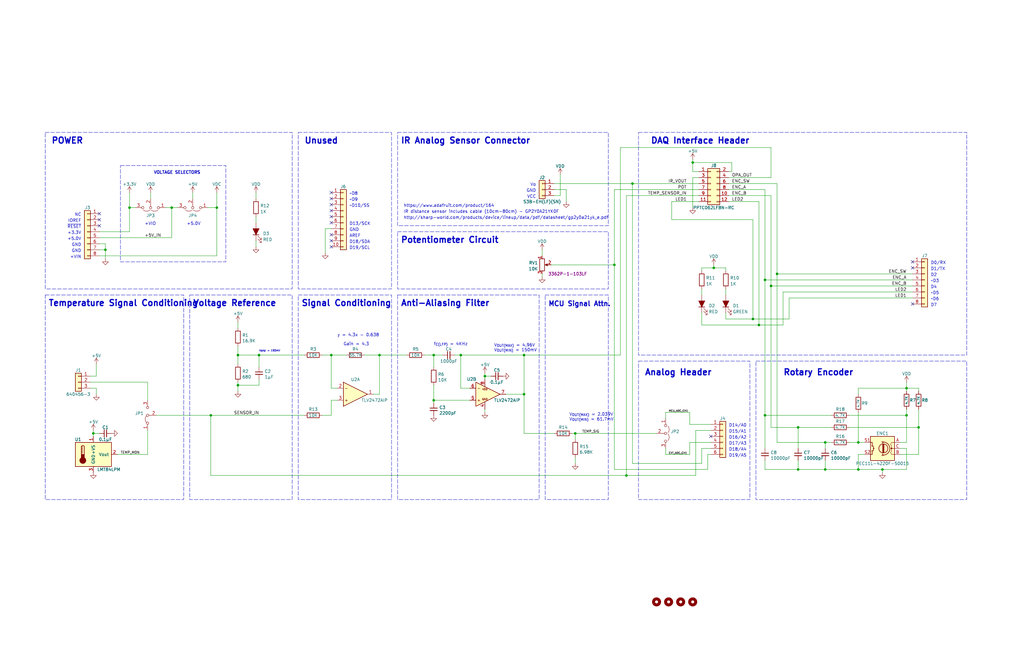
<source format=kicad_sch>
(kicad_sch (version 20230121) (generator eeschema)
  (paper "B")
  (lib_symbols
    (symbol "analog_front_end:C_Small" (pin_numbers hide) (pin_names (offset 0.254) hide)
      (property "Reference" "C" (at 0.254 1.778 0))
      (property "Value" "C_Small" (at 0.254 -2.032 0))
      (symbol "C_Small_1_1"
        (pin passive line (at 0 2.54 270) (length 2.032) (name "~") (number "1"))
        (pin passive line (at 0 -2.54 90) (length 2.032) (name "~") (number "2"))
      )
    )
    (symbol "analog_front_end:Conn_01x03" (pin_names (offset 1.016) hide)
      (property "Reference" "J" (at 0 5.08 0))
      (property "Value" "Conn_01x03" (at 0 -5.08 0))
      (symbol "Conn_01x03_1_1"
        (pin passive line (at -5.08 2.54 0) (length 3.81) (name "Pin_1") (number "1"))
        (pin passive line (at -5.08 0 0) (length 3.81) (name "Pin_2") (number "2"))
        (pin passive line (at -5.08 -2.54 0) (length 3.81) (name "Pin_3") (number "3"))
      )
    )
    (symbol "analog_front_end:Conn_01x06" (pin_names (offset 1.016) hide)
      (property "Reference" "J" (at 0 7.62 0))
      (property "Value" "Conn_01x06" (at 0 -10.16 0))
      (symbol "Conn_01x06_1_1"
        (pin passive line (at -5.08 5.08 0) (length 3.81) (name "Pin_1") (number "1"))
        (pin passive line (at -5.08 2.54 0) (length 3.81) (name "Pin_2") (number "2"))
        (pin passive line (at -5.08 0 0) (length 3.81) (name "Pin_3") (number "3"))
        (pin passive line (at -5.08 -2.54 0) (length 3.81) (name "Pin_4") (number "4"))
        (pin passive line (at -5.08 -5.08 0) (length 3.81) (name "Pin_5") (number "5"))
        (pin passive line (at -5.08 -7.62 0) (length 3.81) (name "Pin_6") (number "6"))
      )
    )
    (symbol "analog_front_end:Conn_01x08" (pin_names (offset 1.016) hide)
      (property "Reference" "J" (at 0 10.16 0))
      (property "Value" "Conn_01x08" (at 0 -12.7 0))
      (symbol "Conn_01x08_1_1"
        (pin passive line (at -5.08 7.62 0) (length 3.81) (name "Pin_1") (number "1"))
        (pin passive line (at -5.08 5.08 0) (length 3.81) (name "Pin_2") (number "2"))
        (pin passive line (at -5.08 2.54 0) (length 3.81) (name "Pin_3") (number "3"))
        (pin passive line (at -5.08 0 0) (length 3.81) (name "Pin_4") (number "4"))
        (pin passive line (at -5.08 -2.54 0) (length 3.81) (name "Pin_5") (number "5"))
        (pin passive line (at -5.08 -5.08 0) (length 3.81) (name "Pin_6") (number "6"))
        (pin passive line (at -5.08 -7.62 0) (length 3.81) (name "Pin_7") (number "7"))
        (pin passive line (at -5.08 -10.16 0) (length 3.81) (name "Pin_8") (number "8"))
      )
    )
    (symbol "analog_front_end:Conn_01x10" (pin_names (offset 1.016) hide)
      (property "Reference" "J" (at 0 12.7 0))
      (property "Value" "Conn_01x10" (at 0 -15.24 0))
      (symbol "Conn_01x10_1_1"
        (pin passive line (at -5.08 10.16 0) (length 3.81) (name "Pin_1") (number "1"))
        (pin passive line (at -5.08 -12.7 0) (length 3.81) (name "Pin_10") (number "10"))
        (pin passive line (at -5.08 7.62 0) (length 3.81) (name "Pin_2") (number "2"))
        (pin passive line (at -5.08 5.08 0) (length 3.81) (name "Pin_3") (number "3"))
        (pin passive line (at -5.08 2.54 0) (length 3.81) (name "Pin_4") (number "4"))
        (pin passive line (at -5.08 0 0) (length 3.81) (name "Pin_5") (number "5"))
        (pin passive line (at -5.08 -2.54 0) (length 3.81) (name "Pin_6") (number "6"))
        (pin passive line (at -5.08 -5.08 0) (length 3.81) (name "Pin_7") (number "7"))
        (pin passive line (at -5.08 -7.62 0) (length 3.81) (name "Pin_8") (number "8"))
        (pin passive line (at -5.08 -10.16 0) (length 3.81) (name "Pin_9") (number "9"))
      )
    )
    (symbol "analog_front_end:Conn_02x06_Odd_Even" (pin_names (offset 1.016) hide)
      (property "Reference" "J" (at 1.27 7.62 0))
      (property "Value" "Conn_02x06_Odd_Even" (at 1.27 -10.16 0))
      (symbol "Conn_02x06_Odd_Even_1_1"
        (pin passive line (at -5.08 5.08 0) (length 3.81) (name "Pin_1") (number "1"))
        (pin passive line (at 7.62 -5.08 180) (length 3.81) (name "Pin_10") (number "10"))
        (pin passive line (at -5.08 -7.62 0) (length 3.81) (name "Pin_11") (number "11"))
        (pin passive line (at 7.62 -7.62 180) (length 3.81) (name "Pin_12") (number "12"))
        (pin passive line (at 7.62 5.08 180) (length 3.81) (name "Pin_2") (number "2"))
        (pin passive line (at -5.08 2.54 0) (length 3.81) (name "Pin_3") (number "3"))
        (pin passive line (at 7.62 2.54 180) (length 3.81) (name "Pin_4") (number "4"))
        (pin passive line (at -5.08 0 0) (length 3.81) (name "Pin_5") (number "5"))
        (pin passive line (at 7.62 0 180) (length 3.81) (name "Pin_6") (number "6"))
        (pin passive line (at -5.08 -2.54 0) (length 3.81) (name "Pin_7") (number "7"))
        (pin passive line (at 7.62 -2.54 180) (length 3.81) (name "Pin_8") (number "8"))
        (pin passive line (at -5.08 -5.08 0) (length 3.81) (name "Pin_9") (number "9"))
      )
    )
    (symbol "analog_front_end:Jumper_3_Bridged12" (pin_names (offset 0) hide)
      (property "Reference" "JP" (at -2.54 -2.54 0))
      (property "Value" "Jumper_3_Bridged12" (at 0 2.794 0))
      (symbol "Jumper_3_Bridged12_1_1"
        (pin passive line (at -6.35 0 0) (length 2.54) (name "A") (number "1"))
        (pin passive line (at 0 -3.81 90) (length 2.54) (name "C") (number "2"))
        (pin passive line (at 6.35 0 180) (length 2.54) (name "B") (number "3"))
      )
    )
    (symbol "analog_front_end:Jumper_3_Open" (pin_names (offset 0) hide)
      (property "Reference" "JP" (at -2.54 -2.54 0))
      (property "Value" "Jumper_3_Open" (at 0 2.794 0))
      (symbol "Jumper_3_Open_1_1"
        (pin passive line (at -6.35 0 0) (length 2.54) (name "A") (number "1"))
        (pin passive line (at 0 -3.81 90) (length 2.54) (name "C") (number "2"))
        (pin passive line (at 6.35 0 180) (length 2.54) (name "B") (number "3"))
      )
    )
    (symbol "analog_front_end:LED_Filled" (pin_numbers hide) (pin_names (offset 1.016) hide)
      (property "Reference" "D" (at 0 2.54 0))
      (property "Value" "LED_Filled" (at 0 -2.54 0))
      (symbol "LED_Filled_1_1"
        (pin passive line (at -3.81 0 0) (length 2.54) (name "K") (number "1"))
        (pin passive line (at 3.81 0 180) (length 2.54) (name "A") (number "2"))
      )
    )
    (symbol "analog_front_end:LM35-LP" (pin_names (offset 1.016))
      (property "Reference" "U" (at -6.35 6.35 0))
      (property "Value" "LM35-LP" (at 1.27 6.35 0))
      (symbol "LM35-LP_1_1"
        (pin power_in line (at 0 7.62 270) (length 2.54) (name "+VS") (number "1"))
        (pin output line (at 10.16 0 180) (length 2.54) (name "Vout") (number "2"))
        (pin power_in line (at 0 -7.62 90) (length 2.54) (name "GND") (number "3"))
      )
    )
    (symbol "analog_front_end:MountingHole" (pin_names (offset 1.016))
      (property "Reference" "H" (at 0 5.08 0))
      (property "Value" "MountingHole" (at 0 3.175 0))
    )
    (symbol "analog_front_end:R" (pin_numbers hide) (pin_names (offset 0))
      (property "Reference" "R" (at 2.032 0 90))
      (property "Value" "R" (at 0 0 90))
      (symbol "R_1_1"
        (pin passive line (at 0 3.81 270) (length 1.27) (name "~") (number "1"))
        (pin passive line (at 0 -3.81 90) (length 1.27) (name "~") (number "2"))
      )
    )
    (symbol "analog_front_end:R_Potentiometer" (pin_names (offset 1.016) hide)
      (property "Reference" "RV" (at -4.445 0 90))
      (property "Value" "R_Potentiometer" (at -2.54 0 90))
      (symbol "R_Potentiometer_1_1"
        (pin passive line (at 0 3.81 270) (length 1.27) (name "1") (number "1"))
        (pin passive line (at 3.81 0 180) (length 1.27) (name "2") (number "2"))
        (pin passive line (at 0 -3.81 90) (length 1.27) (name "3") (number "3"))
      )
    )
    (symbol "analog_front_end:RotaryEncoder_Switch" (pin_names (offset 0.254) hide)
      (property "Reference" "SW" (at 0 6.604 0))
      (property "Value" "RotaryEncoder_Switch" (at 0 -6.604 0))
      (symbol "RotaryEncoder_Switch_1_1"
        (pin passive line (at -7.62 2.54 0) (length 2.54) (name "A") (number "A"))
        (pin passive line (at -7.62 -2.54 0) (length 2.54) (name "B") (number "B"))
        (pin passive line (at -7.62 0 0) (length 2.54) (name "C") (number "C"))
        (pin passive line (at 7.62 2.54 180) (length 2.54) (name "S1") (number "S1"))
        (pin passive line (at 7.62 -2.54 180) (length 2.54) (name "S2") (number "S2"))
      )
    )
    (symbol "analog_front_end:TLV2472AIP" (pin_names hide)
      (property "Reference" "U" (at -5.08 6.35 0))
      (symbol "TLV2472AIP_1_1"
        (text "+" (at -2.54 -2.54 0) (effects (font (size 1.27 1.27))))
        (text "-" (at -2.54 2.54 0) (effects (font (size 1.27 1.27))))
        (pin output line (at 8.89 0 180) (length 2.54) (name "OUT") (number "1"))
        (pin input line (at -6.35 2.54 0) (length 2.54) (name "-") (number "2"))
        (pin input line (at -6.35 -2.54 0) (length 2.54) (name "+") (number "3"))
      )
      (symbol "TLV2472AIP_2_1"
        (text "+" (at -2.54 -2.54 0) (effects (font (size 1.27 1.27))))
        (text "-" (at -2.54 2.54 0) (effects (font (size 1.27 1.27))))
        (pin input line (at -6.35 -2.54 0) (length 2.54) (name "+") (number "5"))
        (pin input line (at -6.35 2.54 0) (length 2.54) (name "-") (number "6"))
        (pin output line (at 8.89 0 180) (length 2.54) (name "OUT") (number "7"))
      )
      (symbol "TLV2472AIP_3_1"
        (text "GND" (at 0 -2.54 0) (effects (font (size 0.762 0.762)) (justify bottom)))
        (text "VDD" (at 0 2.54 0) (effects (font (size 0.762 0.762)) (justify top)))
        (pin power_in line (at 0 -6.35 90) (length 3.175) (name "GND") (number "4"))
        (pin power_in line (at 0 6.35 270) (length 3.175) (name "V+") (number "8"))
      )
    )
    (symbol "power:+3.3V" (power) (pin_names (offset 0))
      (property "Value" "+3.3V" (at 0 3.556 0))
      (symbol "+3.3V_1_1"
        (pin power_in line (at 0 0 90) (length 0) hide (name "+3.3V") (number "1"))
      )
    )
    (symbol "power:+5V" (power) (pin_names (offset 0))
      (property "Value" "+5V" (at 0 3.556 0))
      (symbol "+5V_1_1"
        (pin power_in line (at 0 0 90) (length 0) hide (name "+5V") (number "1"))
      )
    )
    (symbol "power:GND" (power) (pin_names (offset 0))
      (property "Value" "GND" (at 0 -3.81 0))
      (symbol "GND_1_1"
        (pin power_in line (at 0 0 270) (length 0) hide (name "GND") (number "1"))
      )
    )
    (symbol "power:VDC" (power) (pin_names (offset 0))
      (property "Value" "VDC" (at 0 6.35 0))
      (symbol "VDC_1_1"
        (pin power_in line (at 0 0 90) (length 0) hide (name "VDC") (number "1"))
      )
    )
    (symbol "power:VDD" (power) (pin_names (offset 0))
      (property "Value" "VDD" (at 0 3.81 0))
      (symbol "VDD_1_1"
        (pin power_in line (at 0 0 90) (length 0) hide (name "VDD") (number "1"))
      )
    )
  )
  (junction (at 139.7 149.86))
  (junction (at 322.58 175.26))
  (junction (at 336.55 180.34))
  (junction (at 100.33 162.56))
  (junction (at 39.37 182.88))
  (junction (at 322.58 118.11))
  (junction (at 347.98 186.69))
  (junction (at 100.33 149.86))
  (junction (at 194.31 149.86))
  (junction (at 292.1 68.58))
  (junction (at 347.98 198.12))
  (junction (at 91.44 87.63))
  (junction (at 182.88 149.86))
  (junction (at 320.04 137.16))
  (junction (at 220.98 149.86))
  (junction (at 317.5 134.62))
  (junction (at 336.55 198.12))
  (junction (at 382.27 163.83))
  (junction (at 54.61 87.63))
  (junction (at 264.16 200.66))
  (junction (at 160.02 149.86))
  (junction (at 204.47 158.75))
  (junction (at 182.88 168.91))
  (junction (at 300.99 113.03))
  (junction (at 266.7 77.47))
  (junction (at 327.66 115.57))
  (junction (at 242.57 182.88))
  (junction (at 88.9 175.26))
  (junction (at 325.12 120.65))
  (junction (at 259.08 111.76))
  (junction (at 44.45 105.41))
  (junction (at 361.95 186.69))
  (junction (at 387.35 180.34))
  (junction (at 361.95 198.12))
  (junction (at 72.39 87.63))
  (junction (at 109.22 149.86))
  (junction (at 372.11 198.12))
  (junction (at 220.98 166.37))
  (junction (at 382.27 175.26))
  (no_connect (at 139.7 83.82))
  (no_connect (at 384.81 113.03))
  (no_connect (at 41.91 95.25))
  (no_connect (at 139.7 91.44))
  (no_connect (at 139.7 81.28))
  (no_connect (at 139.7 104.14))
  (no_connect (at 139.7 101.6))
  (no_connect (at 139.7 99.06))
  (no_connect (at 139.7 93.98))
  (no_connect (at 139.7 88.9))
  (no_connect (at 384.81 128.27))
  (no_connect (at 384.81 110.49))
  (no_connect (at 41.91 90.17))
  (no_connect (at 41.91 92.71))
  (no_connect (at 299.72 184.15))
  (no_connect (at 139.7 86.36))
  (wire (pts (xy 41.91 107.95) (xy 91.44 107.95)))
  (wire (pts (xy 233.68 77.47) (xy 266.7 77.47)))
  (wire (pts (xy 382.27 198.12) (xy 372.11 198.12)))
  (wire (pts (xy 62.23 181.61) (xy 62.23 191.77)))
  (wire (pts (xy 266.7 77.47) (xy 294.64 77.47)))
  (wire (pts (xy 361.95 198.12) (xy 361.95 191.77)))
  (wire (pts (xy 382.27 175.26) (xy 382.27 186.69)))
  (wire (pts (xy 259.08 80.01) (xy 294.64 80.01)))
  (wire (pts (xy 242.57 193.04) (xy 242.57 195.58)))
  (wire (pts (xy 327.66 186.69) (xy 327.66 115.57)))
  (wire (pts (xy 320.04 85.09) (xy 320.04 137.16)))
  (wire (pts (xy 295.91 195.58) (xy 295.91 189.23)))
  (wire (pts (xy 266.7 77.47) (xy 266.7 195.58)))
  (wire (pts (xy 295.91 137.16) (xy 320.04 137.16)))
  (wire (pts (xy 361.95 166.37) (xy 361.95 163.83)))
  (wire (pts (xy 295.91 113.03) (xy 300.99 113.03)))
  (wire (pts (xy 299.72 186.69) (xy 290.83 186.69)))
  (wire (pts (xy 387.35 172.72) (xy 387.35 180.34)))
  (wire (pts (xy 160.02 166.37) (xy 160.02 149.86)))
  (wire (pts (xy 142.24 163.83) (xy 139.7 163.83)))
  (wire (pts (xy 100.33 149.86) (xy 109.22 149.86)))
  (wire (pts (xy 160.02 149.86) (xy 171.45 149.86)))
  (wire (pts (xy 317.5 134.62) (xy 306.07 134.62)))
  (wire (pts (xy 66.04 175.26) (xy 88.9 175.26)))
  (wire (pts (xy 330.2 123.19) (xy 330.2 137.16)))
  (wire (pts (xy 283.21 85.09) (xy 283.21 92.71)))
  (wire (pts (xy 379.73 191.77) (xy 387.35 191.77)))
  (wire (pts (xy 295.91 121.92) (xy 295.91 124.46)))
  (wire (pts (xy 191.77 149.86) (xy 194.31 149.86)))
  (wire (pts (xy 372.11 198.12) (xy 361.95 198.12)))
  (wire (pts (xy 182.88 168.91) (xy 182.88 170.18)))
  (wire (pts (xy 242.57 182.88) (xy 242.57 185.42)))
  (wire (pts (xy 62.23 168.91) (xy 62.23 161.29)))
  (wire (pts (xy 204.47 157.48) (xy 204.47 158.75)))
  (wire (pts (xy 283.21 92.71) (xy 317.5 92.71)))
  (wire (pts (xy 332.74 125.73) (xy 332.74 134.62)))
  (wire (pts (xy 135.89 149.86) (xy 139.7 149.86)))
  (wire (pts (xy 91.44 81.28) (xy 91.44 87.63)))
  (wire (pts (xy 204.47 172.72) (xy 204.47 173.99)))
  (wire (pts (xy 320.04 137.16) (xy 330.2 137.16)))
  (wire (pts (xy 41.91 182.88) (xy 39.37 182.88)))
  (wire (pts (xy 182.88 162.56) (xy 182.88 168.91)))
  (wire (pts (xy 72.39 87.63) (xy 72.39 100.33)))
  (wire (pts (xy 295.91 114.3) (xy 295.91 113.03)))
  (wire (pts (xy 40.64 158.75) (xy 40.64 153.67)))
  (wire (pts (xy 39.37 182.88) (xy 39.37 184.15)))
  (wire (pts (xy 361.95 191.77) (xy 364.49 191.77)))
  (wire (pts (xy 387.35 180.34) (xy 387.35 191.77)))
  (wire (pts (xy 182.88 149.86) (xy 182.88 154.94)))
  (wire (pts (xy 160.02 149.86) (xy 153.67 149.86)))
  (wire (pts (xy 41.91 100.33) (xy 72.39 100.33)))
  (wire (pts (xy 139.7 149.86) (xy 146.05 149.86)))
  (wire (pts (xy 107.95 91.44) (xy 107.95 93.98)))
  (wire (pts (xy 336.55 194.31) (xy 336.55 198.12)))
  (wire (pts (xy 109.22 162.56) (xy 100.33 162.56)))
  (wire (pts (xy 350.52 180.34) (xy 336.55 180.34)))
  (wire (pts (xy 358.14 186.69) (xy 361.95 186.69)))
  (wire (pts (xy 379.73 189.23) (xy 382.27 189.23)))
  (wire (pts (xy 204.47 158.75) (xy 204.47 160.02)))
  (wire (pts (xy 290.83 179.07) (xy 299.72 179.07)))
  (wire (pts (xy 382.27 172.72) (xy 382.27 175.26)))
  (wire (pts (xy 292.1 68.58) (xy 308.61 68.58)))
  (wire (pts (xy 182.88 168.91) (xy 198.12 168.91)))
  (wire (pts (xy 91.44 87.63) (xy 91.44 107.95)))
  (wire (pts (xy 325.12 120.65) (xy 325.12 180.34)))
  (wire (pts (xy 38.1 163.83) (xy 40.64 163.83)))
  (wire (pts (xy 41.91 97.79) (xy 54.61 97.79)))
  (wire (pts (xy 322.58 175.26) (xy 322.58 189.23)))
  (wire (pts (xy 107.95 81.28) (xy 107.95 83.82)))
  (wire (pts (xy 307.34 85.09) (xy 320.04 85.09)))
  (wire (pts (xy 298.45 198.12) (xy 298.45 191.77)))
  (wire (pts (xy 54.61 87.63) (xy 54.61 97.79)))
  (wire (pts (xy 100.33 146.05) (xy 100.33 149.86)))
  (wire (pts (xy 91.44 87.63) (xy 87.63 87.63)))
  (wire (pts (xy 261.62 62.23) (xy 261.62 149.86)))
  (wire (pts (xy 332.74 134.62) (xy 317.5 134.62)))
  (wire (pts (xy 382.27 163.83) (xy 387.35 163.83)))
  (wire (pts (xy 308.61 72.39) (xy 308.61 68.58)))
  (wire (pts (xy 63.5 81.28) (xy 63.5 83.82)))
  (wire (pts (xy 300.99 113.03) (xy 300.99 111.76)))
  (wire (pts (xy 336.55 198.12) (xy 347.98 198.12)))
  (wire (pts (xy 233.68 82.55) (xy 236.22 82.55)))
  (wire (pts (xy 88.9 175.26) (xy 88.9 200.66)))
  (wire (pts (xy 81.28 81.28) (xy 81.28 83.82)))
  (wire (pts (xy 325.12 120.65) (xy 384.81 120.65)))
  (wire (pts (xy 100.33 135.89) (xy 100.33 138.43)))
  (wire (pts (xy 157.48 166.37) (xy 160.02 166.37)))
  (wire (pts (xy 306.07 121.92) (xy 306.07 124.46)))
  (wire (pts (xy 194.31 163.83) (xy 194.31 149.86)))
  (wire (pts (xy 364.49 186.69) (xy 361.95 186.69)))
  (wire (pts (xy 325.12 74.93) (xy 307.34 74.93)))
  (wire (pts (xy 332.74 125.73) (xy 384.81 125.73)))
  (wire (pts (xy 322.58 198.12) (xy 336.55 198.12)))
  (wire (pts (xy 100.33 162.56) (xy 100.33 165.1)))
  (wire (pts (xy 139.7 168.91) (xy 139.7 175.26)))
  (wire (pts (xy 233.68 80.01) (xy 238.76 80.01)))
  (wire (pts (xy 322.58 118.11) (xy 384.81 118.11)))
  (wire (pts (xy 220.98 182.88) (xy 233.68 182.88)))
  (wire (pts (xy 88.9 200.66) (xy 264.16 200.66)))
  (wire (pts (xy 292.1 68.58) (xy 292.1 67.31)))
  (wire (pts (xy 290.83 186.69) (xy 290.83 191.77)))
  (wire (pts (xy 336.55 180.34) (xy 336.55 189.23)))
  (wire (pts (xy 72.39 87.63) (xy 74.93 87.63)))
  (wire (pts (xy 198.12 163.83) (xy 194.31 163.83)))
  (wire (pts (xy 109.22 149.86) (xy 109.22 154.94)))
  (wire (pts (xy 322.58 194.31) (xy 322.58 198.12)))
  (wire (pts (xy 238.76 80.01) (xy 238.76 85.09)))
  (wire (pts (xy 236.22 73.66) (xy 236.22 82.55)))
  (wire (pts (xy 44.45 105.41) (xy 44.45 109.22)))
  (wire (pts (xy 325.12 74.93) (xy 325.12 62.23)))
  (wire (pts (xy 142.24 168.91) (xy 139.7 168.91)))
  (wire (pts (xy 179.07 149.86) (xy 182.88 149.86)))
  (wire (pts (xy 293.37 181.61) (xy 299.72 181.61)))
  (wire (pts (xy 347.98 186.69) (xy 327.66 186.69)))
  (wire (pts (xy 38.1 161.29) (xy 62.23 161.29)))
  (wire (pts (xy 293.37 181.61) (xy 293.37 200.66)))
  (wire (pts (xy 327.66 77.47) (xy 327.66 115.57)))
  (wire (pts (xy 322.58 118.11) (xy 322.58 175.26)))
  (wire (pts (xy 280.67 191.77) (xy 280.67 189.23)))
  (wire (pts (xy 382.27 189.23) (xy 382.27 198.12)))
  (wire (pts (xy 292.1 74.93) (xy 294.64 74.93)))
  (wire (pts (xy 387.35 163.83) (xy 387.35 165.1)))
  (wire (pts (xy 292.1 68.58) (xy 292.1 72.39)))
  (wire (pts (xy 232.41 111.76) (xy 259.08 111.76)))
  (wire (pts (xy 137.16 106.68) (xy 137.16 96.52)))
  (wire (pts (xy 266.7 195.58) (xy 295.91 195.58)))
  (wire (pts (xy 325.12 82.55) (xy 325.12 120.65)))
  (wire (pts (xy 259.08 111.76) (xy 259.08 198.12)))
  (wire (pts (xy 241.3 182.88) (xy 242.57 182.88)))
  (wire (pts (xy 109.22 160.02) (xy 109.22 162.56)))
  (wire (pts (xy 307.34 80.01) (xy 322.58 80.01)))
  (wire (pts (xy 38.1 158.75) (xy 40.64 158.75)))
  (wire (pts (xy 280.67 191.77) (xy 290.83 191.77)))
  (wire (pts (xy 135.89 175.26) (xy 139.7 175.26)))
  (wire (pts (xy 280.67 173.99) (xy 290.83 173.99)))
  (wire (pts (xy 228.6 116.84) (xy 228.6 115.57)))
  (wire (pts (xy 372.11 198.12) (xy 372.11 199.39)))
  (wire (pts (xy 295.91 132.08) (xy 295.91 137.16)))
  (wire (pts (xy 307.34 82.55) (xy 325.12 82.55)))
  (wire (pts (xy 358.14 180.34) (xy 387.35 180.34)))
  (wire (pts (xy 325.12 62.23) (xy 261.62 62.23)))
  (wire (pts (xy 44.45 105.41) (xy 41.91 105.41)))
  (wire (pts (xy 283.21 85.09) (xy 294.64 85.09)))
  (wire (pts (xy 44.45 102.87) (xy 44.45 105.41)))
  (wire (pts (xy 213.36 166.37) (xy 220.98 166.37)))
  (wire (pts (xy 347.98 194.31) (xy 347.98 198.12)))
  (wire (pts (xy 293.37 200.66) (xy 264.16 200.66)))
  (wire (pts (xy 194.31 149.86) (xy 220.98 149.86)))
  (wire (pts (xy 330.2 123.19) (xy 384.81 123.19)))
  (wire (pts (xy 39.37 181.61) (xy 39.37 182.88)))
  (wire (pts (xy 290.83 179.07) (xy 290.83 173.99)))
  (wire (pts (xy 322.58 80.01) (xy 322.58 118.11)))
  (wire (pts (xy 49.53 191.77) (xy 62.23 191.77)))
  (wire (pts (xy 358.14 175.26) (xy 382.27 175.26)))
  (wire (pts (xy 220.98 149.86) (xy 261.62 149.86)))
  (wire (pts (xy 295.91 189.23) (xy 299.72 189.23)))
  (wire (pts (xy 294.64 72.39) (xy 292.1 72.39)))
  (wire (pts (xy 259.08 198.12) (xy 298.45 198.12)))
  (wire (pts (xy 298.45 191.77) (xy 299.72 191.77)))
  (wire (pts (xy 259.08 80.01) (xy 259.08 111.76)))
  (wire (pts (xy 347.98 198.12) (xy 361.95 198.12)))
  (wire (pts (xy 292.1 74.93) (xy 292.1 87.63)))
  (wire (pts (xy 182.88 149.86) (xy 186.69 149.86)))
  (wire (pts (xy 347.98 186.69) (xy 347.98 189.23)))
  (wire (pts (xy 54.61 81.28) (xy 54.61 87.63)))
  (wire (pts (xy 264.16 82.55) (xy 294.64 82.55)))
  (wire (pts (xy 317.5 92.71) (xy 317.5 134.62)))
  (wire (pts (xy 228.6 105.41) (xy 228.6 107.95)))
  (wire (pts (xy 220.98 166.37) (xy 220.98 149.86)))
  (wire (pts (xy 336.55 180.34) (xy 325.12 180.34)))
  (wire (pts (xy 204.47 158.75) (xy 207.01 158.75)))
  (wire (pts (xy 361.95 173.99) (xy 361.95 186.69)))
  (wire (pts (xy 40.64 166.37) (xy 40.64 163.83)))
  (wire (pts (xy 382.27 161.29) (xy 382.27 163.83)))
  (wire (pts (xy 100.33 161.29) (xy 100.33 162.56)))
  (wire (pts (xy 382.27 165.1) (xy 382.27 163.83)))
  (wire (pts (xy 109.22 149.86) (xy 128.27 149.86)))
  (wire (pts (xy 54.61 87.63) (xy 57.15 87.63)))
  (wire (pts (xy 107.95 101.6) (xy 107.95 104.14)))
  (wire (pts (xy 100.33 149.86) (xy 100.33 153.67)))
  (wire (pts (xy 88.9 175.26) (xy 128.27 175.26)))
  (wire (pts (xy 361.95 163.83) (xy 382.27 163.83)))
  (wire (pts (xy 69.85 87.63) (xy 72.39 87.63)))
  (wire (pts (xy 327.66 115.57) (xy 384.81 115.57)))
  (wire (pts (xy 300.99 113.03) (xy 306.07 113.03)))
  (wire (pts (xy 139.7 163.83) (xy 139.7 149.86)))
  (wire (pts (xy 307.34 72.39) (xy 308.61 72.39)))
  (wire (pts (xy 41.91 102.87) (xy 44.45 102.87)))
  (wire (pts (xy 306.07 132.08) (xy 306.07 134.62)))
  (wire (pts (xy 280.67 176.53) (xy 280.67 173.99)))
  (wire (pts (xy 220.98 166.37) (xy 220.98 182.88)))
  (wire (pts (xy 264.16 82.55) (xy 264.16 200.66)))
  (wire (pts (xy 350.52 186.69) (xy 347.98 186.69)))
  (wire (pts (xy 327.66 77.47) (xy 307.34 77.47)))
  (wire (pts (xy 379.73 186.69) (xy 382.27 186.69)))
  (wire (pts (xy 350.52 175.26) (xy 322.58 175.26)))
  (wire (pts (xy 137.16 96.52) (xy 139.7 96.52)))
  (wire (pts (xy 306.07 114.3) (xy 306.07 113.03)))
  (wire (pts (xy 242.57 182.88) (xy 276.86 182.88)))
  (rectangle (start 229.87 124.46) (end 256.54 210.82) (stroke (width 0) (type dash)))
  (rectangle (start 318.77 152.4) (end 407.67 210.82) (stroke (width 0) (type dash)))
  (rectangle (start 50.8 69.85) (end 95.25 110.49) (stroke (width 0) (type dash)))
  (rectangle (start 269.24 152.4) (end 316.23 210.82) (stroke (width 0) (type dash)))
  (rectangle (start 125.73 124.46) (end 165.1 210.82) (stroke (width 0) (type dash)))
  (rectangle (start 167.64 97.79) (end 256.54 121.92) (stroke (width 0) (type dash)))
  (rectangle (start 19.05 124.46) (end 77.47 210.82) (stroke (width 0) (type dash)))
  (rectangle (start 19.05 55.88) (end 123.19 121.92) (stroke (width 0) (type dash)))
  (rectangle (start 167.64 124.46) (end 227.33 210.82) (stroke (width 0) (type dash)))
  (rectangle (start 125.73 55.88) (end 165.1 121.92) (stroke (width 0) (type dash)))
  (rectangle (start 269.24 55.88) (end 407.67 149.86) (stroke (width 0) (type dash)))
  (rectangle (start 80.01 124.46) (end 123.19 210.82) (stroke (width 0) (type dash)))
  (rectangle (start 167.64 55.88) (end 256.54 95.25) (stroke (width 0) (type dash)))
  (text "Signal Conditioning" (at 127 129.54 0) (effects (font (size 2.54 2.54) (thickness 0.508) bold) (justify left bottom)))
  (text "~D8" (at 147.32 82.55 0) (effects (font (size 1.27 1.27)) (justify left bottom)))
  (text "AREF" (at 147.32 100.33 0) (effects (font (size 1.27 1.27)) (justify left bottom)))
  (text "DAQ Interface Header" (at 274.32 60.96 0) (effects (font (size 2.54 2.54) (thickness 0.508) bold) (justify left bottom)))
  (text "Anti-Aliasing Filter" (at 168.91 129.54 0) (effects (font (size 2.54 2.54) (thickness 0.508) bold) (justify left bottom)))
  (text "D13/SCK" (at 147.32 95.25 0) (effects (font (size 1.27 1.27)) (justify left bottom)))
  (text "IOREF" (at 34.29 93.98 0) (effects (font (size 1.27 1.27)) (justify right bottom)))
  (text "VOLTAGE SELECTORS" (at 64.77 73.66 0) (effects (font (size 1.27 1.27) (thickness 0.254) bold) (justify left bottom)))
  (text "V_{OUT(MAX)} = 2.039V\nV_{OUT(MIN)} = 61.7mV" (at 240.03 177.8 0) (effects (font (size 1.27 1.27)) (justify left bottom)))
  (text "D14/A0" (at 307.34 180.34 0) (effects (font (size 1.27 1.27)) (justify left bottom)))
  (text "Voltage Reference" (at 81.28 129.54 0) (effects (font (size 2.54 2.54) (thickness 0.508) bold) (justify left bottom)))
  (text "~D10/SS" (at 147.32 87.63 0) (effects (font (size 1.27 1.27)) (justify left bottom)))
  (text "~D9" (at 147.32 85.09 0) (effects (font (size 1.27 1.27)) (justify left bottom)))
  (text "Vo" (at 226.06 78.74 0) (effects (font (size 1.27 1.27)) (justify right bottom)))
  (text "D17/A3" (at 307.34 187.96 0) (effects (font (size 1.27 1.27)) (justify left bottom)))
  (text "D4" (at 392.43 121.92 0) (effects (font (size 1.27 1.27)) (justify left bottom)))
  (text "+5.0V" (at 78.74 95.25 0) (effects (font (size 1.27 1.27)) (justify left bottom)))
  (text "https://www.adafruit.com/product/164" (at 170.18 87.63 0) (effects (font (size 1.27 1.27)) (justify left bottom)))
  (text "GND" (at 226.06 81.28 0) (effects (font (size 1.27 1.27)) (justify right bottom)))
  (text "D19/A5" (at 307.34 193.04 0) (effects (font (size 1.27 1.27)) (justify left bottom)))
  (text "~D5" (at 392.43 124.46 0) (effects (font (size 1.27 1.27)) (justify left bottom)))
  (text "D19/SCL" (at 147.32 105.41 0) (effects (font (size 1.27 1.27)) (justify left bottom)))
  (text "V_{OFST} = 193mV" (at 109.22 148.59 0) (effects (font (size 0.762 0.762)) (justify left bottom)))
  (text "Unused" (at 128.27 60.96 0) (effects (font (size 2.54 2.54) (thickness 0.508) bold) (justify left bottom)))
  (text "~{RESET}" (at 34.29 96.52 0) (effects (font (size 1.27 1.27)) (justify right bottom)))
  (text "GND" (at 34.29 106.68 0) (effects (font (size 1.27 1.27)) (justify right bottom)))
  (text "GND" (at 147.32 97.79 0) (effects (font (size 1.27 1.27)) (justify left bottom)))
  (text "D18/A4" (at 307.34 190.5 0) (effects (font (size 1.27 1.27)) (justify left bottom)))
  (text "~D6" (at 392.43 127 0) (effects (font (size 1.27 1.27)) (justify left bottom)))
  (text "http://sharp-world.com/products/device/lineup/data/pdf/datasheet/gp2y0a21yk_e.pdf" (at 170.18 92.71 0) (effects (font (size 1.27 1.27)) (justify left bottom)))
  (text "D16/A2" (at 307.34 185.42 0) (effects (font (size 1.27 1.27)) (justify left bottom)))
  (text "NC" (at 34.29 91.44 0) (effects (font (size 1.27 1.27)) (justify right bottom)))
  (text "Temperature Signal Conditioning" (at 20.32 129.54 0) (effects (font (size 2.54 2.54) (thickness 0.508) bold) (justify left bottom)))
  (text "f_{C(LFP)} = 4KHz" (at 182.88 146.05 0) (effects (font (size 1.27 1.27)) (justify left bottom)))
  (text "D1/TX" (at 392.43 114.3 0) (effects (font (size 1.27 1.27)) (justify left bottom)))
  (text "+VIN" (at 34.29 109.22 0) (effects (font (size 1.27 1.27)) (justify right bottom)))
  (text "IR Analog Sensor Connector" (at 168.91 60.96 0) (effects (font (size 2.54 2.54) (thickness 0.508) bold) (justify left bottom)))
  (text "D18/SDA" (at 147.32 102.87 0) (effects (font (size 1.27 1.27)) (justify left bottom)))
  (text "+5.0V" (at 34.29 101.6 0) (effects (font (size 1.27 1.27)) (justify right bottom)))
  (text "~D3" (at 392.43 119.38 0) (effects (font (size 1.27 1.27)) (justify left bottom)))
  (text "Rotary Encoder" (at 330.2 158.75 0) (effects (font (size 2.54 2.54) (thickness 0.508) bold) (justify left bottom)))
  (text "VCC" (at 226.06 83.82 0) (effects (font (size 1.27 1.27)) (justify right bottom)))
  (text "MCU Signal Attn." (at 231.14 129.54 0) (effects (font (size 2.032 2.032) (thickness 0.4064) bold) (justify left bottom)))
  (text "POWER" (at 21.59 60.96 0) (effects (font (size 2.54 2.54) (thickness 0.508) bold) (justify left bottom)))
  (text "D2" (at 392.43 116.84 0) (effects (font (size 1.27 1.27)) (justify left bottom)))
  (text "IR distance sensor includes cable (10cm-80cm) - GP2Y0A21YK0F" (at 170.18 90.17 0) (effects (font (size 1.27 1.27)) (justify left bottom)))
  (text "D0/RX" (at 392.43 111.76 0) (effects (font (size 1.27 1.27)) (justify left bottom)))
  (text "+3.3V" (at 34.29 99.06 0) (effects (font (size 1.27 1.27)) (justify right bottom)))
  (text "D7" (at 392.43 129.54 0) (effects (font (size 1.27 1.27)) (justify left bottom)))
  (text "Potentiometer Circuit" (at 168.91 102.87 0) (effects (font (size 2.54 2.54) (thickness 0.508) bold) (justify left bottom)))
  (text "Analog Header" (at 271.78 158.75 0) (effects (font (size 2.54 2.54) (thickness 0.508) bold) (justify left bottom)))
  (text "y = 4.3x - 0.638" (at 142.24 142.24 0) (effects (font (size 1.27 1.27)) (justify left bottom)))
  (text "D15/A1" (at 307.34 182.88 0) (effects (font (size 1.27 1.27)) (justify left bottom)))
  (text "GND" (at 34.29 104.14 0) (effects (font (size 1.27 1.27)) (justify right bottom)))
  (text "V_{OUT(MAX)} = 4.96V\nV_{OUT(MIN)} = 150mV" (at 208.28 148.59 0) (effects (font (size 1.27 1.27)) (justify left bottom)))
  (text "+VIO" (at 60.96 95.25 0) (effects (font (size 1.27 1.27)) (justify left bottom)))
  (text "Gain = 4.3" (at 144.78 146.05 0) (effects (font (size 1.27 1.27)) (justify left bottom)))
  (label "LED1" (at 289.56 85.09 180))
  (label "ENC_A" (at 308.61 80.01 0))
  (label "TEMP_SIG" (at 252.73 182.88 180) (effects (font (size 1.016 1.016))))
  (label "ENC_B" (at 308.61 82.55 0))
  (label "IR_VOUT" (at 289.56 77.47 180))
  (label "LED2" (at 308.61 85.09 0))
  (label "LED1" (at 382.27 125.73 180))
  (label "ENC_SW" (at 308.61 77.47 0))
  (label "LED2" (at 382.27 123.19 180))
  (label "EXT_ADC_CH1" (at 281.94 191.77 0) (effects (font (size 0.762 0.762))))
  (label "ENC_A" (at 382.27 118.11 180))
  (label "POT" (at 289.56 80.01 180))
  (label "TEMP_SENSOR_IN" (at 289.56 82.55 180))
  (label "MCU_ADC_CH1" (at 281.94 173.99 0) (effects (font (size 0.762 0.762))))
  (label "TEMP_MON" (at 50.8 191.77 0) (effects (font (size 1.016 1.016))))
  (label "SENSOR_IN" (at 109.22 175.26 180))
  (label "+5V_IN" (at 60.96 100.33 0))
  (label "OPA_OUT" (at 308.61 74.93 0))
  (label "ENC_SW" (at 382.27 115.57 180))
  (label "ENC_B" (at 382.27 120.65 180))
  (symbol (lib_id "power:VDD") (at 107.95 81.28 0) (unit 1)
    (property "Reference" "#PWR028" (effects hide))
    (property "Value" "VDD" (at 107.95 77.7254 0))
  )
  (symbol (lib_id "analog_front_end:Conn_01x08") (at 36.83 97.79 0) (mirror y) (unit 1)
    (property "Reference" "J3" (at 38.1 87.63 0) (effects (justify left)))
    (property "Value" "Conn_01x08" (effects hide))
    (property "Footprint" "Connector_PinHeader_2.54mm:PinHeader_1x08_P2.54mm_Vertical" (effects hide))
    (property "Datasheet" "https://cdn.harwin.com/pdfs/C001XX_M20_Series_Connectors.pdf" (effects hide))
    (property "PN" "M20-9770846" (effects hide))
  )
  (symbol (lib_id "analog_front_end:R") (at 100.33 142.24 0) (unit 1)
    (property "Reference" "R1" (at 102.108 141.4604 0) (effects (justify left)))
    (property "Value" "16.9K" (at 102.108 143.8196 0) (effects (justify left)))
    (property "Footprint" "Resistor_THT:R_Axial_DIN0207_L6.3mm_D2.5mm_P10.16mm_Horizontal" (effects hide))
    (property "Datasheet" "https://www.yageo.com/upload/media/product/productsearch/datasheet/lr/YAGEO%20MFR_datasheet_2021v1.pdf" (effects hide))
    (property "PN" "MFR-25FBF52-16K9" (effects hide))
  )
  (symbol (lib_id "analog_front_end:TLV2472AIP") (at 148.59 166.37 0) (unit 1)
    (property "Reference" "U2" (at 149.86 160.1272 0))
    (property "Value" "TLV2472AIP" (at 152.4 168.91 0) (effects (justify left)))
    (property "Footprint" "Package_DIP:DIP-8_W7.62mm" (effects hide))
    (property "Datasheet" "https://www.ti.com/lit/gpn/tlv2472" (effects hide))
    (property "PN" "TLV2472AIP" (effects hide))
  )
  (symbol (lib_id "power:+5V") (at 39.37 181.61 0) (unit 1)
    (property "Reference" "#PWR01" (effects hide))
    (property "Value" "+5V" (at 39.37 178.0342 0))
  )
  (symbol (lib_id "analog_front_end:Jumper_3_Bridged12") (at 62.23 175.26 90) (unit 1)
    (property "Reference" "JP1" (at 60.6039 174.4253 90) (effects (justify left)))
    (property "Value" "Jumper_3_Bridged12" (effects hide))
    (property "Footprint" "Connector_PinHeader_2.54mm:PinHeader_1x03_P2.54mm_Vertical" (effects hide))
    (property "PN" "M20-9990345" (effects hide))
  )
  (symbol (lib_id "analog_front_end:TLV2472AIP") (at 204.47 166.37 0) (unit 2)
    (property "Reference" "U2" (at 196.85 160.02 0) (effects (justify left)))
    (property "Value" "TLV2472AIP" (at 208.28 168.91 0) (effects (justify left)))
    (property "Footprint" "Package_DIP:DIP-8_W7.62mm" (effects hide))
    (property "Datasheet" "https://www.ti.com/lit/gpn/tlv2472" (effects hide))
    (property "PN" "TLV2472AIP" (effects hide))
  )
  (symbol (lib_id "analog_front_end:R") (at 100.33 157.48 0) (unit 1)
    (property "Reference" "R2" (at 102.108 156.7004 0) (effects (justify left)))
    (property "Value" "680" (at 102.108 159.0596 0) (effects (justify left)))
    (property "Footprint" "Resistor_THT:R_Axial_DIN0207_L6.3mm_D2.5mm_P10.16mm_Horizontal" (effects hide))
    (property "PN" "MFR-25FBF52-680R" (effects hide))
  )
  (symbol (lib_id "power:VDD") (at 382.27 161.29 0) (unit 1)
    (property "Reference" "#PWR032" (effects hide))
    (property "Value" "VDD" (at 382.27 157.7354 0))
  )
  (symbol (lib_id "analog_front_end:R") (at 354.33 186.69 90) (unit 1)
    (property "Reference" "R16" (at 354.33 184.15 90))
    (property "Value" "4.7K" (at 354.33 186.69 90))
    (property "Footprint" "Resistor_THT:R_Axial_DIN0207_L6.3mm_D2.5mm_P10.16mm_Horizontal" (effects hide))
    (property "PN" "MFR-25FTF52-4K7" (effects hide))
  )
  (symbol (lib_id "power:VDD") (at 228.6 105.41 0) (unit 1)
    (property "Reference" "#PWR013" (effects hide))
    (property "Value" "VDD" (at 228.6 101.8554 0))
  )
  (symbol (lib_id "analog_front_end:Conn_01x03") (at 228.6 80.01 0) (mirror y) (unit 1)
    (property "Reference" "J2" (at 228.6 74.93 0))
    (property "Value" "S3B-EH(LF)(SN)" (at 228.6 85.09 0))
    (property "Footprint" "Connector_JST:JST_EH_S3B-EH_1x03_P2.50mm_Horizontal" (effects hide))
    (property "PN" "S3B-EH(LF)(SN)" (effects hide))
  )
  (symbol (lib_id "analog_front_end:R") (at 237.49 182.88 90) (unit 1)
    (property "Reference" "R14" (at 237.49 180.34 90))
    (property "Value" "10K" (at 237.49 182.88 90))
    (property "Footprint" "Resistor_THT:R_Axial_DIN0207_L6.3mm_D2.5mm_P10.16mm_Horizontal" (effects hide))
    (property "PN" "MFR-25FTF52-10K" (effects hide))
  )
  (symbol (lib_id "analog_front_end:R") (at 175.26 149.86 90) (unit 1)
    (property "Reference" "R5" (at 175.26 147.32 90))
    (property "Value" "10K" (at 175.26 149.86 90))
    (property "Footprint" "Resistor_THT:R_Axial_DIN0207_L6.3mm_D2.5mm_P10.16mm_Horizontal" (effects hide))
    (property "PN" "MFR-25FTF52-10K" (effects hide))
  )
  (symbol (lib_id "power:GND") (at 137.16 106.68 0) (mirror y) (unit 1)
    (property "Reference" "#PWR026" (effects hide))
    (property "Value" "GND" (effects hide))
  )
  (symbol (lib_id "analog_front_end:R") (at 306.07 118.11 0) (unit 1)
    (property "Reference" "R10" (at 307.848 117.2753 0) (effects (justify left)))
    (property "Value" "1K" (at 307.848 119.8122 0) (effects (justify left)))
    (property "Footprint" "Resistor_THT:R_Axial_DIN0207_L6.3mm_D2.5mm_P10.16mm_Horizontal" (effects hide))
    (property "PN" "MFR-25FTF52-1K" (effects hide))
  )
  (symbol (lib_id "analog_front_end:R") (at 387.35 168.91 0) (unit 1)
    (property "Reference" "R8" (at 388.62 168.91 0) (effects (justify left)))
    (property "Value" "4.7K" (at 387.35 168.91 90) (effects (font (size 1.016 1.016))))
    (property "Footprint" "Resistor_THT:R_Axial_DIN0207_L6.3mm_D2.5mm_P10.16mm_Horizontal" (effects hide))
    (property "PN" "MFR-25FTF52-4K7" (effects hide))
  )
  (symbol (lib_id "analog_front_end:C_Small") (at 189.23 149.86 90) (unit 1)
    (property "Reference" "C4" (at 189.23 147.32 90))
    (property "Value" "1000pF" (at 189.23 152.4 90))
    (property "Footprint" "Capacitor_THT:C_Disc_D3.8mm_W2.6mm_P2.50mm" (effects hide))
    (property "PN" "K102J15C0GF5TL2" (effects hide))
  )
  (symbol (lib_id "analog_front_end:MountingHole") (at 292.1 254 0) (unit 1)
    (property "Reference" "H4" (effects hide))
    (property "Value" "MountingHole" (effects hide))
    (property "Footprint" "MountingHole:MountingHole_3.2mm_M3" (effects hide))
  )
  (symbol (lib_id "analog_front_end:R") (at 295.91 118.11 0) (unit 1)
    (property "Reference" "R11" (at 297.688 117.2753 0) (effects (justify left)))
    (property "Value" "1K" (at 297.688 119.8122 0) (effects (justify left)))
    (property "Footprint" "Resistor_THT:R_Axial_DIN0207_L6.3mm_D2.5mm_P10.16mm_Horizontal" (effects hide))
    (property "PN" "MFR-25FTF52-1K" (effects hide))
  )
  (symbol (lib_id "analog_front_end:R") (at 132.08 175.26 90) (unit 1)
    (property "Reference" "R13" (at 132.08 172.72 90))
    (property "Value" "10K" (at 132.08 175.26 90))
    (property "Footprint" "Resistor_THT:R_Axial_DIN0207_L6.3mm_D2.5mm_P10.16mm_Horizontal" (effects hide))
    (property "PN" "MFR-25FTF52-10K" (effects hide))
  )
  (symbol (lib_id "analog_front_end:MountingHole") (at 281.94 254 0) (unit 1)
    (property "Reference" "H2" (effects hide))
    (property "Value" "MountingHole" (effects hide))
    (property "Footprint" "MountingHole:MountingHole_3.2mm_M3" (effects hide))
  )
  (symbol (lib_id "analog_front_end:Conn_01x10") (at 144.78 91.44 0) (unit 1)
    (property "Reference" "J6" (at 143.51 78.74 0) (effects (justify left)))
    (property "Value" "Conn_01x10" (effects hide))
    (property "Footprint" "Connector_PinHeader_2.54mm:PinHeader_1x10_P2.54mm_Vertical" (effects hide))
  )
  (symbol (lib_id "power:GND") (at 212.09 158.75 90) (unit 1)
    (property "Reference" "#PWR015" (effects hide))
    (property "Value" "GND" (effects hide))
  )
  (symbol (lib_id "analog_front_end:R_Potentiometer") (at 228.6 111.76 0) (unit 1)
    (property "Reference" "RV1" (at 226.8221 110.9253 0) (effects (justify right)))
    (property "Value" "10K" (at 226.8221 113.4622 0) (effects (justify right)))
    (property "Footprint" "Temp:TRIM_3362P-1-103LF" (effects hide))
    (property "PN" "3362P-1-103LF" (at 231.14 115.57 0) (effects (justify left)))
  )
  (symbol (lib_id "analog_front_end:Jumper_3_Open") (at 63.5 87.63 180) (unit 1)
    (property "Reference" "JP3" (at 63.5 90.9438 0))
    (property "Value" "Jumper_3_Open" (effects hide))
    (property "Footprint" "Jumper:SolderJumper-3_P2.0mm_Open_TrianglePad1.0x1.5mm" (effects hide))
  )
  (symbol (lib_id "analog_front_end:Conn_01x03") (at 33.02 161.29 0) (mirror y) (unit 1)
    (property "Reference" "J1" (at 33.02 156.21 0))
    (property "Value" "640456-3" (at 33.02 166.37 0))
    (property "Footprint" "Connector_Molex:Molex_KK-254_AE-6410-03A_1x03_P2.54mm_Vertical" (effects hide))
    (property "PN" "640456-3" (effects hide))
  )
  (symbol (lib_id "analog_front_end:LM35-LP") (at 39.37 191.77 0) (unit 1)
    (property "Reference" "U1" (at 34.29 185.42 0) (effects (justify right)))
    (property "Value" "LMT84LPM" (at 50.8 198.12 0) (effects (justify right)))
    (property "Footprint" "Package_TO_SOT_THT:TO-92" (effects hide))
    (property "Datasheet" "https://www.ti.com/lit/gpn/lmt84" (effects hide))
    (property "PN" "${VALUE}" (effects hide))
  )
  (symbol (lib_id "power:GND") (at 238.76 85.09 0) (unit 1)
    (property "Reference" "#PWR09" (effects hide))
    (property "Value" "GND" (effects hide))
  )
  (symbol (lib_id "analog_front_end:C_Small") (at 347.98 191.77 0) (unit 1)
    (property "Reference" "C6" (at 350.3041 190.9967 0) (effects (justify left)))
    (property "Value" "10000pF" (at 350.3041 193.3559 0) (effects (justify left)))
    (property "Footprint" "Capacitor_THT:C_Disc_D3.8mm_W2.6mm_P2.50mm" (effects hide))
    (property "PN" "K103K15X7RF5TL2" (effects hide))
  )
  (symbol (lib_id "power:+5V") (at 100.33 135.89 0) (unit 1)
    (property "Reference" "#PWR029" (effects hide))
    (property "Value" "+5V" (at 100.33 132.3142 0))
  )
  (symbol (lib_id "power:GND") (at 107.95 104.14 0) (unit 1)
    (property "Reference" "#PWR027" (effects hide))
    (property "Value" "GND" (effects hide))
  )
  (symbol (lib_id "analog_front_end:R") (at 354.33 180.34 90) (unit 1)
    (property "Reference" "R17" (at 354.33 177.8 90))
    (property "Value" "4.7K" (at 354.33 180.34 90))
    (property "Footprint" "Resistor_THT:R_Axial_DIN0207_L6.3mm_D2.5mm_P10.16mm_Horizontal" (effects hide))
    (property "PN" "MFR-25FTF52-4K7" (effects hide))
  )
  (symbol (lib_id "analog_front_end:C_Small") (at 209.55 158.75 90) (unit 1)
    (property "Reference" "C5" (at 209.55 156.21 90))
    (property "Value" "0.1µF" (at 209.55 161.29 90))
    (property "Footprint" "Capacitor_THT:C_Disc_D3.8mm_W2.6mm_P2.50mm" (effects hide))
    (property "PN" "K104Z15Y5VF5TL2" (effects hide))
  )
  (symbol (lib_id "analog_front_end:RotaryEncoder_Switch") (at 372.11 189.23 0) (mirror y) (unit 1)
    (property "Reference" "ENC1" (at 372.11 182.88 0))
    (property "Value" "PEC11L-4220F-S0015" (at 372.11 195.58 0))
    (property "Footprint" "Rotary_Encoder:RotaryEncoder_Alps_EC12E-Switch_Vertical_H20mm_CircularMountingHoles" (effects hide))
    (property "PN" "PEC11L-4220F-S0015" (effects hide))
  )
  (symbol (lib_id "power:VDD") (at 63.5 81.28 0) (unit 1)
    (property "Reference" "#PWR021" (effects hide))
    (property "Value" "VDD" (at 63.5 77.7254 0))
  )
  (symbol (lib_id "analog_front_end:Jumper_3_Open") (at 280.67 182.88 270) (unit 1)
    (property "Reference" "JP2" (at 282.8042 182.1004 90) (effects (justify left)))
    (property "Value" "Jumper_3_Open" (effects hide))
    (property "Footprint" "Connector_PinHeader_2.54mm:PinHeader_1x03_P2.54mm_Vertical" (effects hide))
    (property "PN" "M20-9990345" (effects hide))
  )
  (symbol (lib_id "analog_front_end:LED_Filled") (at 107.95 97.79 90) (unit 1)
    (property "Reference" "D3" (at 110.871 98.5428 90) (effects (justify right)))
    (property "Value" "RED" (at 110.871 101.0797 90) (effects (justify right)))
    (property "Footprint" "LED_THT:LED_D3.0mm" (effects hide))
    (property "PN" "HLMP-1301-E0002" (effects hide))
  )
  (symbol (lib_id "power:+5V") (at 81.28 81.28 0) (mirror y) (unit 1)
    (property "Reference" "#PWR020" (effects hide))
    (property "Value" "+5V" (at 81.28 77.7042 0))
  )
  (symbol (lib_id "analog_front_end:R") (at 132.08 149.86 90) (unit 1)
    (property "Reference" "R3" (at 132.08 147.32 90))
    (property "Value" "10K" (at 132.08 149.86 90))
    (property "Footprint" "Resistor_THT:R_Axial_DIN0207_L6.3mm_D2.5mm_P10.16mm_Horizontal" (effects hide))
    (property "PN" "MFR-25FTF52-10K" (effects hide))
  )
  (symbol (lib_id "power:+5V") (at 40.64 153.67 0) (unit 1)
    (property "Reference" "#PWR04" (effects hide))
    (property "Value" "+5V" (at 40.64 150.0942 0))
  )
  (symbol (lib_id "power:GND") (at 182.88 175.26 0) (unit 1)
    (property "Reference" "#PWR08" (effects hide))
    (property "Value" "GND" (effects hide))
  )
  (symbol (lib_id "power:GND") (at 46.99 182.88 90) (unit 1)
    (property "Reference" "#PWR03" (effects hide))
    (property "Value" "GND" (effects hide))
  )
  (symbol (lib_id "power:GND") (at 242.57 195.58 0) (unit 1)
    (property "Reference" "#PWR011" (effects hide))
    (property "Value" "GND" (effects hide))
  )
  (symbol (lib_id "power:GND") (at 204.47 173.99 0) (unit 1)
    (property "Reference" "#PWR012" (effects hide))
    (property "Value" "GND" (effects hide))
  )
  (symbol (lib_id "power:GND") (at 40.64 166.37 0) (unit 1)
    (property "Reference" "#PWR05" (effects hide))
    (property "Value" "GND" (effects hide))
  )
  (symbol (lib_id "analog_front_end:R") (at 354.33 175.26 90) (unit 1)
    (property "Reference" "R18" (at 354.33 172.72 90))
    (property "Value" "4.7K" (at 354.33 175.26 90))
    (property "Footprint" "Resistor_THT:R_Axial_DIN0207_L6.3mm_D2.5mm_P10.16mm_Horizontal" (effects hide))
    (property "PN" "MFR-25FTF52-4K7" (effects hide))
  )
  (symbol (lib_id "analog_front_end:Conn_01x06") (at 304.8 184.15 0) (unit 1)
    (property "Reference" "J4" (at 304.8 176.53 0))
    (property "Value" "Conn_01x06" (effects hide))
    (property "Footprint" "Connector_PinHeader_2.54mm:PinHeader_1x06_P2.54mm_Vertical" (effects hide))
  )
  (symbol (lib_id "power:+5V") (at 292.1 67.31 0) (mirror y) (unit 1)
    (property "Reference" "#PWR022" (effects hide))
    (property "Value" "+5V" (at 292.1 63.7342 0))
  )
  (symbol (lib_id "power:VDC") (at 91.44 81.28 0) (unit 1)
    (property "Reference" "#PWR030" (effects hide))
    (property "Value" "VDC" (at 91.44 77.7254 0))
  )
  (symbol (lib_id "analog_front_end:R") (at 382.27 168.91 0) (unit 1)
    (property "Reference" "R7" (at 383.54 168.91 0) (effects (justify left)))
    (property "Value" "4.7K" (at 382.27 168.91 90) (effects (font (size 1.016 1.016))))
    (property "Footprint" "Resistor_THT:R_Axial_DIN0207_L6.3mm_D2.5mm_P10.16mm_Horizontal" (effects hide))
    (property "PN" "MFR-25FTF52-4K7" (effects hide))
  )
  (symbol (lib_id "power:VDD") (at 300.99 111.76 0) (unit 1)
    (property "Reference" "#PWR016" (effects hide))
    (property "Value" "VDD" (at 300.99 108.2054 0))
  )
  (symbol (lib_id "analog_front_end:R") (at 242.57 189.23 0) (unit 1)
    (property "Reference" "R15" (at 244.348 188.4504 0) (effects (justify left)))
    (property "Value" "6.98K" (at 244.348 190.8096 0) (effects (justify left)))
    (property "Footprint" "Resistor_THT:R_Axial_DIN0207_L6.3mm_D2.5mm_P10.16mm_Horizontal" (effects hide))
    (property "PN" "MFR-25FBF52-6K98" (effects hide))
  )
  (symbol (lib_id "analog_front_end:R") (at 182.88 158.75 0) (unit 1)
    (property "Reference" "R6" (at 184.658 157.9704 0) (effects (justify left)))
    (property "Value" "10K" (at 184.658 160.3296 0) (effects (justify left)))
    (property "Footprint" "Resistor_THT:R_Axial_DIN0207_L6.3mm_D2.5mm_P10.16mm_Horizontal" (effects hide))
    (property "PN" "MFR-25FTF52-10K" (effects hide))
  )
  (symbol (lib_id "analog_front_end:R") (at 361.95 170.18 0) (unit 1)
    (property "Reference" "R9" (at 363.22 170.18 0) (effects (justify left)))
    (property "Value" "4.7K" (at 361.95 170.18 90) (effects (font (size 1.016 1.016))))
    (property "Footprint" "Resistor_THT:R_Axial_DIN0207_L6.3mm_D2.5mm_P10.16mm_Horizontal" (effects hide))
    (property "PN" "MFR-25FTF52-4K7" (effects hide))
  )
  (symbol (lib_id "analog_front_end:Conn_01x08") (at 389.89 118.11 0) (unit 1)
    (property "Reference" "J7" (at 389.89 107.95 0))
    (property "Value" "Conn_01x08" (effects hide))
    (property "Footprint" "Connector_PinHeader_2.54mm:PinHeader_1x08_P2.54mm_Vertical" (effects hide))
    (property "Datasheet" "https://cdn.harwin.com/pdfs/C001XX_M20_Series_Connectors.pdf" (effects hide))
    (property "PN" "M20-9770846" (effects hide))
  )
  (symbol (lib_id "power:GND") (at 39.37 199.39 0) (unit 1)
    (property "Reference" "#PWR02" (effects hide))
    (property "Value" "GND" (effects hide))
  )
  (symbol (lib_id "analog_front_end:TLV2472AIP") (at 204.47 166.37 0) (unit 3)
    (property "Reference" "U2" (effects hide))
    (property "Value" "TLV2472AIP" (effects hide))
    (property "Footprint" "Package_DIP:DIP-8_W7.62mm" (effects hide))
    (property "Datasheet" "https://www.ti.com/lit/gpn/tlv2472" (effects hide))
    (property "PN" "TLV2472AIP" (effects hide))
  )
  (symbol (lib_id "analog_front_end:R") (at 107.95 87.63 0) (unit 1)
    (property "Reference" "R12" (at 109.728 86.7953 0) (effects (justify left)))
    (property "Value" "1K" (at 109.728 89.3322 0) (effects (justify left)))
    (property "Footprint" "Resistor_THT:R_Axial_DIN0207_L6.3mm_D2.5mm_P10.16mm_Horizontal" (effects hide))
    (property "PN" "MFR-25FTF52-1K" (effects hide))
  )
  (symbol (lib_id "analog_front_end:R") (at 149.86 149.86 90) (unit 1)
    (property "Reference" "R4" (at 149.86 147.32 90))
    (property "Value" "35.7K" (at 149.86 149.86 90))
    (property "Footprint" "Resistor_THT:R_Axial_DIN0207_L6.3mm_D2.5mm_P10.16mm_Horizontal" (effects hide))
    (property "Datasheet" "https://www.yageo.com/upload/media/product/productsearch/datasheet/lr/YAGEO%20MFR_datasheet_2021v1.pdf" (effects hide))
    (property "PN" "MFR-25FBF52-35K7" (effects hide))
  )
  (symbol (lib_id "power:GND") (at 100.33 165.1 0) (unit 1)
    (property "Reference" "#PWR07" (effects hide))
    (property "Value" "GND" (effects hide))
  )
  (symbol (lib_id "analog_front_end:C_Small") (at 109.22 157.48 0) (unit 1)
    (property "Reference" "C2" (at 111.5441 156.7067 0) (effects (justify left)))
    (property "Value" "1µF" (at 111.5441 159.0659 0) (effects (justify left)))
    (property "Footprint" "Capacitor_THT:C_Disc_D3.8mm_W2.6mm_P2.50mm" (effects hide))
    (property "PN" "K104Z15Y5VF5TL2" (effects hide))
  )
  (symbol (lib_id "analog_front_end:LED_Filled") (at 306.07 128.27 90) (unit 1)
    (property "Reference" "D1" (at 308.991 129.0228 90) (effects (justify right)))
    (property "Value" "GREEN" (at 308.991 131.5597 90) (effects (justify right)))
    (property "Footprint" "LED_THT:LED_D3.0mm" (effects hide))
    (property "PN" "HLMP-1503-C0002" (effects hide))
  )
  (symbol (lib_id "power:GND") (at 292.1 87.63 0) (unit 1)
    (property "Reference" "#PWR017" (effects hide))
    (property "Value" "GND" (effects hide))
  )
  (symbol (lib_id "power:+5V") (at 204.47 157.48 0) (unit 1)
    (property "Reference" "#PWR06" (effects hide))
    (property "Value" "+5V" (at 204.47 153.9042 0))
  )
  (symbol (lib_id "power:GND") (at 372.11 199.39 0) (mirror y) (unit 1)
    (property "Reference" "#PWR023" (effects hide))
    (property "Value" "GND" (effects hide))
  )
  (symbol (lib_id "analog_front_end:Conn_02x06_Odd_Even") (at 299.72 77.47 0) (unit 1)
    (property "Reference" "J8" (at 300.99 69.85 0))
    (property "Value" "PPTC062LFBN-RC" (at 300.99 87.63 0))
    (property "Footprint" "Connector_PinSocket_2.54mm:PinSocket_2x06_P2.54mm_Vertical" (effects hide))
    (property "PN" "PPTC062LFBN-RC" (effects hide))
  )
  (symbol (lib_id "analog_front_end:MountingHole") (at 287.02 254 0) (unit 1)
    (property "Reference" "H3" (effects hide))
    (property "Value" "MountingHole" (effects hide))
    (property "Footprint" "MountingHole:MountingHole_3.2mm_M3" (effects hide))
  )
  (symbol (lib_id "power:GND") (at 228.6 116.84 0) (unit 1)
    (property "Reference" "#PWR014" (effects hide))
    (property "Value" "GND" (effects hide))
  )
  (symbol (lib_id "analog_front_end:C_Small") (at 322.58 191.77 0) (unit 1)
    (property "Reference" "C8" (at 324.9041 190.9967 0) (effects (justify left)))
    (property "Value" "10000pF" (at 324.9041 193.3559 0) (effects (justify left)))
    (property "Footprint" "Capacitor_THT:C_Disc_D3.8mm_W2.6mm_P2.50mm" (effects hide))
    (property "PN" "K103K15X7RF5TL2" (effects hide))
  )
  (symbol (lib_id "power:GND") (at 44.45 109.22 0) (mirror y) (unit 1)
    (property "Reference" "#PWR018" (effects hide))
    (property "Value" "GND" (effects hide))
  )
  (symbol (lib_id "analog_front_end:LED_Filled") (at 295.91 128.27 90) (unit 1)
    (property "Reference" "D2" (at 298.831 129.0228 90) (effects (justify right)))
    (property "Value" "RED" (at 298.831 131.5597 90) (effects (justify right)))
    (property "Footprint" "LED_THT:LED_D3.0mm" (effects hide))
    (property "PN" "HLMP-1301-E0002" (effects hide))
  )
  (symbol (lib_id "analog_front_end:Jumper_3_Open") (at 81.28 87.63 180) (unit 1)
    (property "Reference" "JP4" (at 81.28 90.9438 0))
    (property "Value" "Jumper_3_Open" (effects hide))
    (property "Footprint" "Jumper:SolderJumper-3_P2.0mm_Open_TrianglePad1.0x1.5mm" (effects hide))
  )
  (symbol (lib_id "analog_front_end:C_Small") (at 44.45 182.88 90) (unit 1)
    (property "Reference" "C1" (at 44.45 180.34 90))
    (property "Value" "0.1µF" (at 44.45 185.42 90))
    (property "Footprint" "Capacitor_THT:C_Disc_D3.8mm_W2.6mm_P2.50mm" (effects hide))
    (property "PN" "K104Z15Y5VF5TL2" (effects hide))
  )
  (symbol (lib_id "analog_front_end:C_Small") (at 182.88 172.72 0) (unit 1)
    (property "Reference" "C3" (at 185.2041 171.9467 0) (effects (justify left)))
    (property "Value" "2200pF" (at 185.2041 174.3059 0) (effects (justify left)))
    (property "Footprint" "Capacitor_THT:C_Disc_D3.8mm_W2.6mm_P2.50mm" (effects hide))
    (property "PN" "K223K15X7RF5TL2" (effects hide))
  )
  (symbol (lib_id "power:+3.3V") (at 54.61 81.28 0) (mirror y) (unit 1)
    (property "Reference" "#PWR019" (effects hide))
    (property "Value" "+3.3V" (at 54.61 77.7042 0))
  )
  (symbol (lib_id "analog_front_end:C_Small") (at 336.55 191.77 0) (unit 1)
    (property "Reference" "C7" (at 338.8741 190.9967 0) (effects (justify left)))
    (property "Value" "10000pF" (at 338.8741 193.3559 0) (effects (justify left)))
    (property "Footprint" "Capacitor_THT:C_Disc_D3.8mm_W2.6mm_P2.50mm" (effects hide))
    (property "PN" "K103K15X7RF5TL2" (effects hide))
  )
  (symbol (lib_id "analog_front_end:MountingHole") (at 276.86 254 0) (unit 1)
    (property "Reference" "H1" (effects hide))
    (property "Value" "MountingHole" (effects hide))
    (property "Footprint" "MountingHole:MountingHole_3.2mm_M3" (effects hide))
  )
  (symbol (lib_id "power:VDD") (at 236.22 73.66 0) (unit 1)
    (property "Reference" "#PWR010" (effects hide))
    (property "Value" "VDD" (at 236.22 70.1054 0))
  )
)
</source>
